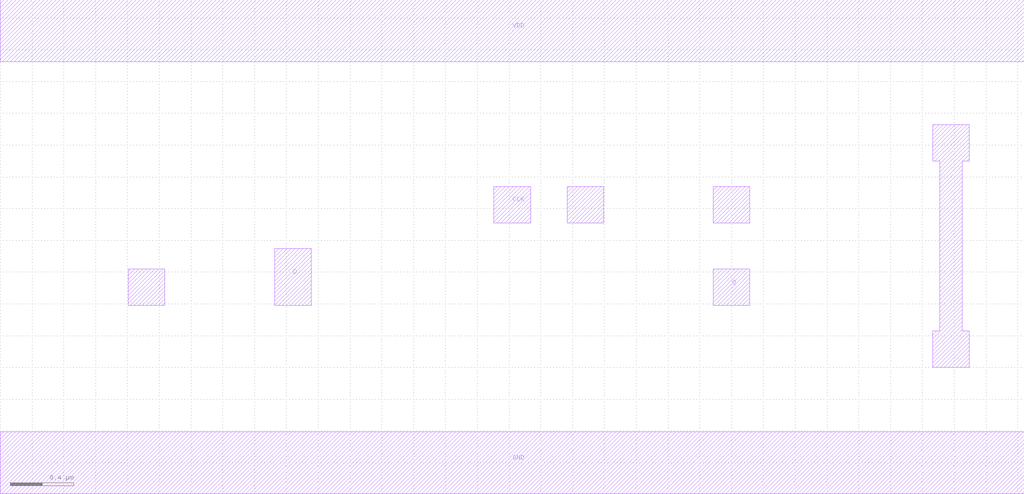
<source format=lef>
MACRO LATCH
 CLASS CORE ;
 ORIGIN 0 0 ;
 FOREIGN LATCH 0 0 ;
 SITE CORE ;
 SYMMETRY X Y R90 ;
  PIN VDD
   DIRECTION INOUT ;
   USE SIGNAL ;
   SHAPE ABUTMENT ;
    PORT
     CLASS CORE ;
       LAYER metal2 ;
        RECT 0.00000000 2.52500000 6.44000000 2.91500000 ;
    END
  END VDD

  PIN GND
   DIRECTION INOUT ;
   USE SIGNAL ;
   SHAPE ABUTMENT ;
    PORT
     CLASS CORE ;
       LAYER metal2 ;
        RECT 0.00000000 -0.19500000 6.44000000 0.19500000 ;
    END
  END GND

  PIN Q
   DIRECTION INOUT ;
   USE SIGNAL ;
   SHAPE ABUTMENT ;
    PORT
     CLASS CORE ;
       LAYER metal2 ;
        POLYGON 5.86500000 0.60000000 5.86500000 0.83000000 5.91000000 0.83000000 5.91000000 1.90000000 5.86500000 1.90000000 5.86500000 2.13000000 6.09500000 2.13000000 6.09500000 1.90000000 6.05000000 1.90000000 6.05000000 0.83000000 6.09500000 0.83000000 6.09500000 0.60000000 ;
       LAYER metal2 ;
        RECT 4.48500000 1.51000000 4.71500000 1.74000000 ;
       LAYER metal2 ;
        RECT 4.48500000 0.99000000 4.71500000 1.22000000 ;
    END
  END Q

  PIN D
   DIRECTION INOUT ;
   USE SIGNAL ;
   SHAPE ABUTMENT ;
    PORT
     CLASS CORE ;
       LAYER metal2 ;
        RECT 1.72500000 0.99000000 1.95500000 1.35000000 ;
    END
  END D

  PIN CLK
   DIRECTION INOUT ;
   USE SIGNAL ;
   SHAPE ABUTMENT ;
    PORT
     CLASS CORE ;
       LAYER metal2 ;
        RECT 3.56500000 1.51000000 3.79500000 1.74000000 ;
       LAYER metal2 ;
        RECT 0.80500000 0.99000000 1.03500000 1.22000000 ;
       LAYER metal2 ;
        RECT 3.10500000 1.51000000 3.33500000 1.74000000 ;
    END
  END CLK


END LATCH

</source>
